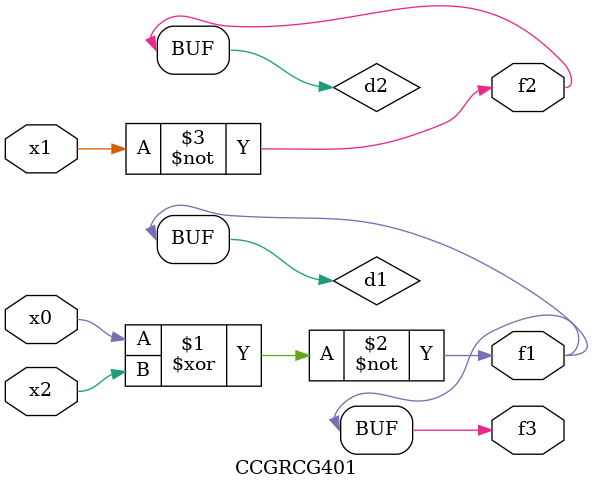
<source format=v>
module CCGRCG401(
	input x0, x1, x2,
	output f1, f2, f3
);

	wire d1, d2, d3;

	xnor (d1, x0, x2);
	nand (d2, x1);
	nor (d3, x1, x2);
	assign f1 = d1;
	assign f2 = d2;
	assign f3 = d1;
endmodule

</source>
